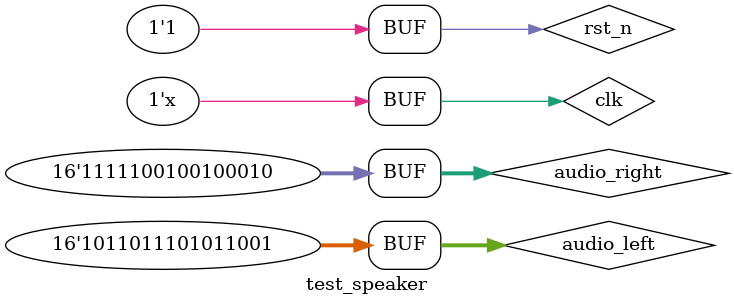
<source format=v>
`timescale 1ns / 1ps


module test_speaker();
    reg [15:0] audio_left;
    reg [15:0] audio_right;
    wire audio_mclk;
    wire audio_lrck;
    reg rst_n;
    wire audio_sck;
    wire audio_sdin;
    reg clk;
    
speaker_control U_speaker_control(
      .audio_mclk(audio_mclk),
      .audio_lrck(audio_lrck),
      .audio_sck(audio_sck),
      .audio_sdin(audio_sdin),
      .clk(clk),
      .rst_n(rst_n),
      .audio_left(audio_left),
      .audio_right(audio_right)
    );
   
    initial begin
    audio_left = 16'b1011_0111_0101_1001;
    audio_right = 16'b1111_1001_0010_0010;
    rst_n = 0;clk = 0;
    #0.1 rst_n = 1;
    end
    
    always
        begin
        #0.05 clk = ~clk;
        end
endmodule

</source>
